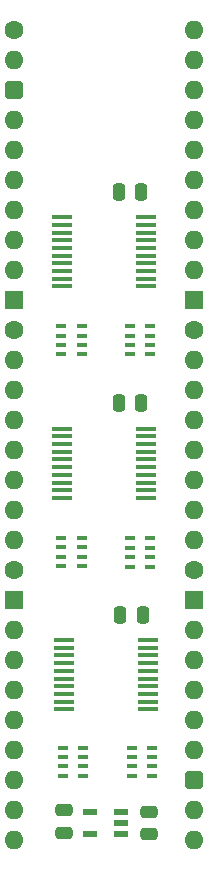
<source format=gts>
%TF.GenerationSoftware,KiCad,Pcbnew,7.0.5*%
%TF.CreationDate,2024-02-01T19:36:22+02:00*%
%TF.ProjectId,Address Buffer 24bit,41646472-6573-4732-9042-756666657220,V0*%
%TF.SameCoordinates,Original*%
%TF.FileFunction,Soldermask,Top*%
%TF.FilePolarity,Negative*%
%FSLAX46Y46*%
G04 Gerber Fmt 4.6, Leading zero omitted, Abs format (unit mm)*
G04 Created by KiCad (PCBNEW 7.0.5) date 2024-02-01 19:36:22*
%MOMM*%
%LPD*%
G01*
G04 APERTURE LIST*
G04 Aperture macros list*
%AMRoundRect*
0 Rectangle with rounded corners*
0 $1 Rounding radius*
0 $2 $3 $4 $5 $6 $7 $8 $9 X,Y pos of 4 corners*
0 Add a 4 corners polygon primitive as box body*
4,1,4,$2,$3,$4,$5,$6,$7,$8,$9,$2,$3,0*
0 Add four circle primitives for the rounded corners*
1,1,$1+$1,$2,$3*
1,1,$1+$1,$4,$5*
1,1,$1+$1,$6,$7*
1,1,$1+$1,$8,$9*
0 Add four rect primitives between the rounded corners*
20,1,$1+$1,$2,$3,$4,$5,0*
20,1,$1+$1,$4,$5,$6,$7,0*
20,1,$1+$1,$6,$7,$8,$9,0*
20,1,$1+$1,$8,$9,$2,$3,0*%
G04 Aperture macros list end*
%ADD10R,0.900000X0.450000*%
%ADD11R,1.800000X0.450000*%
%ADD12RoundRect,0.250000X0.475000X-0.250000X0.475000X0.250000X-0.475000X0.250000X-0.475000X-0.250000X0*%
%ADD13RoundRect,0.250000X0.250000X0.475000X-0.250000X0.475000X-0.250000X-0.475000X0.250000X-0.475000X0*%
%ADD14RoundRect,0.250000X-0.475000X0.250000X-0.475000X-0.250000X0.475000X-0.250000X0.475000X0.250000X0*%
%ADD15R,1.150000X0.600000*%
%ADD16C,1.600000*%
%ADD17O,1.600000X1.600000*%
%ADD18RoundRect,0.400000X-0.400000X-0.400000X0.400000X-0.400000X0.400000X0.400000X-0.400000X0.400000X0*%
%ADD19R,1.600000X1.600000*%
G04 APERTURE END LIST*
D10*
%TO.C,RN6*%
X98714000Y-83509000D03*
X98714000Y-84309000D03*
X98714000Y-85109000D03*
X98714000Y-85909000D03*
X100414000Y-85909000D03*
X100414000Y-85109000D03*
X100414000Y-84309000D03*
X100414000Y-83509000D03*
%TD*%
D11*
%TO.C,IC2*%
X92970000Y-92198000D03*
X92970000Y-92848000D03*
X92970000Y-93498000D03*
X92970000Y-94148000D03*
X92970000Y-94798000D03*
X92970000Y-95448000D03*
X92970000Y-96098000D03*
X92970000Y-96748000D03*
X92970000Y-97398000D03*
X92970000Y-98048000D03*
X100070000Y-98048000D03*
X100070000Y-97398000D03*
X100070000Y-96748000D03*
X100070000Y-96098000D03*
X100070000Y-95448000D03*
X100070000Y-94798000D03*
X100070000Y-94148000D03*
X100070000Y-93498000D03*
X100070000Y-92848000D03*
X100070000Y-92198000D03*
%TD*%
D12*
%TO.C,C8*%
X100330485Y-126521915D03*
X100330485Y-124621915D03*
%TD*%
D10*
%TO.C,RN2*%
X98847000Y-119185000D03*
X98847000Y-119985000D03*
X98847000Y-120785000D03*
X98847000Y-121585000D03*
X100547000Y-121585000D03*
X100547000Y-120785000D03*
X100547000Y-119985000D03*
X100547000Y-119185000D03*
%TD*%
%TO.C,RN1*%
X94713000Y-121585000D03*
X94713000Y-120785000D03*
X94713000Y-119985000D03*
X94713000Y-119185000D03*
X93013000Y-119185000D03*
X93013000Y-119985000D03*
X93013000Y-120785000D03*
X93013000Y-121585000D03*
%TD*%
%TO.C,RN3*%
X94580000Y-103816000D03*
X94580000Y-103016000D03*
X94580000Y-102216000D03*
X94580000Y-101416000D03*
X92880000Y-101416000D03*
X92880000Y-102216000D03*
X92880000Y-103016000D03*
X92880000Y-103816000D03*
%TD*%
%TO.C,RN5*%
X94580000Y-85909000D03*
X94580000Y-85109000D03*
X94580000Y-84309000D03*
X94580000Y-83509000D03*
X92880000Y-83509000D03*
X92880000Y-84309000D03*
X92880000Y-85109000D03*
X92880000Y-85909000D03*
%TD*%
D11*
%TO.C,IC3*%
X92970000Y-74291000D03*
X92970000Y-74941000D03*
X92970000Y-75591000D03*
X92970000Y-76241000D03*
X92970000Y-76891000D03*
X92970000Y-77541000D03*
X92970000Y-78191000D03*
X92970000Y-78841000D03*
X92970000Y-79491000D03*
X92970000Y-80141000D03*
X100070000Y-80141000D03*
X100070000Y-79491000D03*
X100070000Y-78841000D03*
X100070000Y-78191000D03*
X100070000Y-77541000D03*
X100070000Y-76891000D03*
X100070000Y-76241000D03*
X100070000Y-75591000D03*
X100070000Y-74941000D03*
X100070000Y-74291000D03*
%TD*%
D13*
%TO.C,C3*%
X99613000Y-72136000D03*
X97713000Y-72136000D03*
%TD*%
%TO.C,C2*%
X99613000Y-90043000D03*
X97713000Y-90043000D03*
%TD*%
D11*
%TO.C,IC1*%
X93103000Y-110094000D03*
X93103000Y-110744000D03*
X93103000Y-111394000D03*
X93103000Y-112044000D03*
X93103000Y-112694000D03*
X93103000Y-113344000D03*
X93103000Y-113994000D03*
X93103000Y-114644000D03*
X93103000Y-115294000D03*
X93103000Y-115944000D03*
X100203000Y-115944000D03*
X100203000Y-115294000D03*
X100203000Y-114644000D03*
X100203000Y-113994000D03*
X100203000Y-113344000D03*
X100203000Y-112694000D03*
X100203000Y-112044000D03*
X100203000Y-111394000D03*
X100203000Y-110744000D03*
X100203000Y-110094000D03*
%TD*%
D10*
%TO.C,RN4*%
X98714000Y-101486000D03*
X98714000Y-102286000D03*
X98714000Y-103086000D03*
X98714000Y-103886000D03*
X100414000Y-103886000D03*
X100414000Y-103086000D03*
X100414000Y-102286000D03*
X100414000Y-101486000D03*
%TD*%
D14*
%TO.C,C9*%
X93066085Y-124501515D03*
X93066085Y-126401515D03*
%TD*%
D15*
%TO.C,IC5*%
X97922085Y-126512515D03*
X97922085Y-125562515D03*
X97922085Y-124612515D03*
X95322085Y-124612515D03*
X95322085Y-126512515D03*
%TD*%
D13*
%TO.C,C1*%
X99746000Y-107939000D03*
X97846000Y-107939000D03*
%TD*%
D16*
%TO.C,J2*%
X88900000Y-58420000D03*
D17*
X88900000Y-60960000D03*
D18*
X88900000Y-63500000D03*
D17*
X88900000Y-66040000D03*
X88900000Y-68580000D03*
X88900000Y-71120000D03*
X88900000Y-73660000D03*
X88900000Y-76200000D03*
X88900000Y-78740000D03*
D19*
X88900000Y-81280000D03*
D16*
X88900000Y-83820000D03*
D17*
X88900000Y-86360000D03*
X88900000Y-88900000D03*
X88900000Y-91440000D03*
X88900000Y-93980000D03*
X88900000Y-96520000D03*
X88900000Y-99060000D03*
X88900000Y-101600000D03*
D16*
X88900000Y-104140000D03*
D19*
X88900000Y-106680000D03*
D17*
X88900000Y-109220000D03*
X88900000Y-111760000D03*
X88900000Y-114300000D03*
X88900000Y-116840000D03*
X88900000Y-119380000D03*
X88900000Y-121920000D03*
X88900000Y-124460000D03*
X88900000Y-127000000D03*
X104140000Y-127000000D03*
X104140000Y-124460000D03*
D18*
X104140000Y-121920000D03*
D17*
X104140000Y-119380000D03*
X104140000Y-116840000D03*
X104140000Y-114300000D03*
X104140000Y-111760000D03*
X104140000Y-109220000D03*
D19*
X104140000Y-106680000D03*
D16*
X104140000Y-104140000D03*
D17*
X104140000Y-101600000D03*
X104140000Y-99060000D03*
X104140000Y-96520000D03*
X104140000Y-93980000D03*
X104140000Y-91440000D03*
X104140000Y-88900000D03*
X104140000Y-86360000D03*
D16*
X104140000Y-83820000D03*
D19*
X104140000Y-81280000D03*
D17*
X104140000Y-78740000D03*
X104140000Y-76200000D03*
X104140000Y-73660000D03*
X104140000Y-71120000D03*
X104140000Y-68580000D03*
X104140000Y-66040000D03*
X104140000Y-63500000D03*
X104140000Y-60960000D03*
X104140000Y-58420000D03*
%TD*%
M02*

</source>
